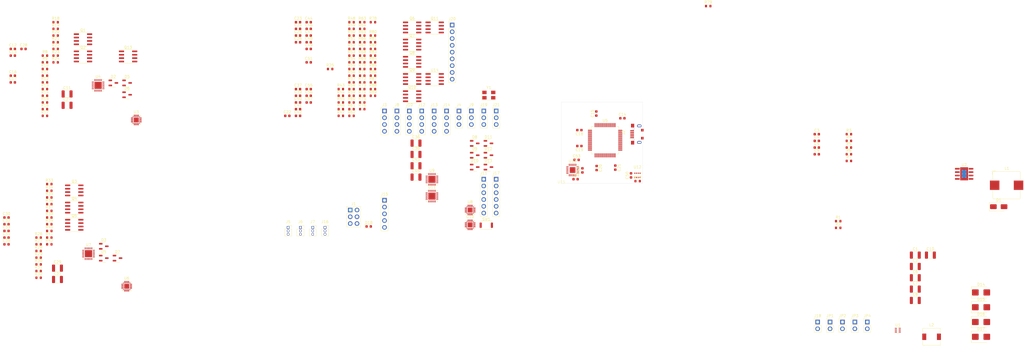
<source format=kicad_pcb>
(kicad_pcb (version 20221018) (generator pcbnew)
  (layers (0 "F.Cu" signal) (31 "B.Cu" signal) (34 "B.Paste" user) (35 "F.Paste" user) (36 "B.SilkS" user "B.Silkscreen") (37 "F.SilkS" user "F.Silkscreen") (38 "B.Mask" user) (39 "F.Mask" user) (44 "Edge.Cuts" user))
  (net 0 "")
  (net 1 "V_BAT")
  (net 2 "GND")
  (net 3 "Net-(C3-Pad1)")
  (net 4 "Net-(U2-COMP)")
  (net 5 "Net-(U2-BOOT)")
  (net 6 "Net-(D1-K)")
  (net 7 "Net-(D15-A)")
  (net 8 "Net-(D14-K)")
  (net 9 "Net-(D16-A)")
  (net 10 "Net-(U1-FB)")
  (net 11 "3V3_ESC")
  (net 12 "ESC1_VS1")
  (net 13 "ESC1_VB1")
  (net 14 "3V3_FC")
  (net 15 "ESC1_VS2")
  (net 16 "ESC1_VB2")
  (net 17 "ESC1_VS3")
  (net 18 "ESC1_VB3")
  (net 19 "Net-(U5-VCAP_2)")
  (net 20 "Net-(U5-VCAP_1)")
  (net 21 "Net-(U5-PH0)")
  (net 22 "Net-(U5-PH1)")
  (net 23 "Net-(U5-NRST)")
  (net 24 "+5V")
  (net 25 "ESC2_VS1")
  (net 26 "ESC2_VB1")
  (net 27 "ESC2_VS2")
  (net 28 "ESC2_VB2")
  (net 29 "ESC2_VS3")
  (net 30 "ESC2_VB3")
  (net 31 "ESC3_VS1")
  (net 32 "ESC3_VB1")
  (net 33 "ESC3_VS2")
  (net 34 "ESC3_VB2")
  (net 35 "ESC3_VS3")
  (net 36 "ESC3_VB3")
  (net 37 "ESC4_VS1")
  (net 38 "ESC4_VB1")
  (net 39 "ESC4_VS2")
  (net 40 "ESC4_VB2")
  (net 41 "ESC4_VS3")
  (net 42 "ESC4_VB3")
  (net 43 "RSSI_IN")
  (net 44 "Net-(U13-CPOUT)")
  (net 45 "Net-(U13-REGOUT)")
  (net 46 "SENS_VOL")
  (net 47 "SENS_CUR")
  (net 48 "5V_USB")
  (net 49 "Net-(D16-K)")
  (net 50 "3V3_DEBUGGER")
  (net 51 "Net-(D18-K)")
  (net 52 "STM32_BOOT0")
  (net 53 "STM32_BOOT1")
  (net 54 "USB_D-")
  (net 55 "USB_D+")
  (net 56 "STM32_DIO")
  (net 57 "STM32_CLK")
  (net 58 "RCIN_INT")
  (net 59 "CUR_IN")
  (net 60 "VOL_IN")
  (net 61 "STM32_PB10")
  (net 62 "STM32_PB11")
  (net 63 "SPI2_CS")
  (net 64 "SPI2_MOSI")
  (net 65 "SPI2_MISO")
  (net 66 "SPI2_CLK")
  (net 67 "UART1_RX")
  (net 68 "UART1_TX")
  (net 69 "UART6_TX")
  (net 70 "UART6_RX")
  (net 71 "SENS_RSSI")
  (net 72 "PWM5")
  (net 73 "PWM6")
  (net 74 "PWM7")
  (net 75 "PWM8")
  (net 76 "OSD_CS")
  (net 77 "OSD_MOSI")
  (net 78 "OSD_MISO")
  (net 79 "OSD_CLK")
  (net 80 "LED_STRIP")
  (net 81 "ESC1_C2CK")
  (net 82 "ESC1_C2D")
  (net 83 "ESC2_C2CK")
  (net 84 "ESC2_C2D")
  (net 85 "ESC3_C2CK")
  (net 86 "ESC3_C2D")
  (net 87 "ESC4_C2CK")
  (net 88 "ESC4_C2D")
  (net 89 "ALARM")
  (net 90 "Net-(JP1-B)")
  (net 91 "Net-(U1-SW)")
  (net 92 "Net-(U2-RT{slash}CLK)")
  (net 93 "Net-(U2-FB)")
  (net 94 "Net-(U1-PG)")
  (net 95 "ESC1_RX")
  (net 96 "Net-(U3-P0.0)")
  (net 97 "ESC1_HO1")
  (net 98 "ESC1_LO1")
  (net 99 "ESC1_HO2")
  (net 100 "ESC1_LO2")
  (net 101 "ESC1_HO3")
  (net 102 "ESC1_LO3")
  (net 103 "ESC1_MC")
  (net 104 "ESC1_COM")
  (net 105 "ESC1_MB")
  (net 106 "ESC1_MA")
  (net 107 "ESC2_RX")
  (net 108 "Net-(U6-P0.0)")
  (net 109 "ESC2_HO1")
  (net 110 "ESC2_LO1")
  (net 111 "ESC2_MA")
  (net 112 "ESC2_COM")
  (net 113 "ESC2_HO2")
  (net 114 "ESC2_LO2")
  (net 115 "ESC2_MB")
  (net 116 "ESC2_HO3")
  (net 117 "ESC2_LO3")
  (net 118 "ESC2_MC")
  (net 119 "ESC3_RX")
  (net 120 "Net-(U8-P0.0)")
  (net 121 "ESC3_HO1")
  (net 122 "ESC3_LO1")
  (net 123 "ESC3_MA")
  (net 124 "ESC3_COM")
  (net 125 "ESC3_HO2")
  (net 126 "ESC3_LO2")
  (net 127 "ESC3_MB")
  (net 128 "ESC3_HO3")
  (net 129 "ESC3_LO3")
  (net 130 "ESC3_MC")
  (net 131 "ESC4_RX")
  (net 132 "Net-(U10-P0.0)")
  (net 133 "ESC4_HO1")
  (net 134 "ESC4_LO1")
  (net 135 "ESC4_MA")
  (net 136 "ESC4_COM")
  (net 137 "ESC4_HO2")
  (net 138 "ESC4_LO2")
  (net 139 "ESC4_MB")
  (net 140 "ESC4_HO3")
  (net 141 "ESC4_LO3")
  (net 142 "ESC4_MC")
  (net 143 "BARO_CS")
  (net 144 "Net-(U14A--)")
  (net 145 "IMU_CS")
  (net 146 "I2C2_SCL")
  (net 147 "I2C2_SDA")
  (net 148 "LED_BLUE")
  (net 149 "SENS_VBUS")
  (net 150 "Net-(U14B--)")
  (net 151 "Net-(R88-Pad2)")
  (net 158 "ESC1_Ccom")
  (net 159 "ESC1_Cpwm")
  (net 160 "ESC1_Bcom")
  (net 161 "ESC1_Bpwm")
  (net 162 "ESC1_Acom")
  (net 163 "ESC1_Apwm")
  (net 170 "IMU_CLK")
  (net 171 "IMU_MISO")
  (net 172 "IMU_MOSI")
  (net 173 "IMU_INT")
  (net 174 "BARO_CLK")
  (net 175 "BARO_MISO")
  (net 176 "BARO_MOSI")
  (net 184 "ESC2_Ccom")
  (net 185 "ESC2_Cpwm")
  (net 186 "ESC2_Bcom")
  (net 187 "ESC2_Bpwm")
  (net 188 "ESC2_Acom")
  (net 189 "ESC2_Apwm")
  (net 195 "ESC3_Ccom")
  (net 196 "ESC3_Cpwm")
  (net 197 "ESC3_Bcom")
  (net 198 "ESC3_Bpwm")
  (net 199 "ESC3_Acom")
  (net 200 "ESC3_Apwm")
  (net 206 "ESC4_Ccom")
  (net 207 "ESC4_Cpwm")
  (net 208 "ESC4_Bcom")
  (net 209 "ESC4_Bpwm")
  (net 210 "ESC4_Acom")
  (net 211 "ESC4_Apwm")
  (net 226 "Net-(Q1A-G1)")
  (net 227 "Net-(Q1B-G2)")
  (net 228 "Net-(Q2A-G1)")
  (net 229 "Net-(Q2B-G2)")
  (net 230 "Net-(Q3A-G1)")
  (net 231 "Net-(Q3B-G2)")
  (net 232 "Net-(Q4A-G1)")
  (net 233 "Net-(Q4B-G2)")
  (net 234 "Net-(Q5A-G1)")
  (net 235 "Net-(Q5B-G2)")
  (net 236 "Net-(Q6A-G1)")
  (net 237 "Net-(Q6B-G2)")
  (net 238 "Net-(Q7A-G1)")
  (net 239 "Net-(Q7B-G2)")
  (net 240 "Net-(Q8A-G1)")
  (net 241 "Net-(Q8B-G2)")
  (net 242 "Net-(Q9A-G1)")
  (net 243 "Net-(Q9B-G2)")
  (net 244 "Net-(Q10A-G1)")
  (net 245 "Net-(Q10B-G2)")
  (net 246 "Net-(Q11A-G1)")
  (net 247 "Net-(Q11B-G2)")
  (net 248 "Net-(Q13A-G1)")
  (net 249 "Net-(Q13B-G2)")
  (footprint "Capacitor_SMD:C_1210_3225Metric" (layer "F.Cu") (at 148.1 90.916)
    (fp_text reference "C45")
    (fp_text value "4.7uF")
  )
  (footprint "Capacitor_SMD:C_0603_1608Metric" (layer "F.Cu") (at -5.321 116.1288)
    (fp_text reference "C35")
    (fp_text value "1uF")
  )
  (footprint "Package_DFN_QFN:QFN-24-1EP_4x4mm_P0.5mm_EP2.15x2.15mm" (layer "F.Cu") (at 206.756 88.265)
    (fp_text reference "U13")
    (fp_text value "MPU-6000")
  )
  (footprint "Package_DFN_QFN:SiliconLabs_QFN-20-1EP_3x3mm_P0.5mm_EP1.8x1.8mm" (layer "F.Cu") (at 43.306 69.48)
    (fp_text reference "U3")
    (fp_text value "EFM8BB21")
  )
  (footprint "Resistor_SMD:R_0603_1608Metric" (layer "F.Cu") (at 119.94 62.916)
    (fp_text reference "R45")
    (fp_text value "25Ohm")
  )
  (footprint "Resistor_SMD:R_0603_1608Metric" (layer "F.Cu") (at 310.285 74.818)
    (fp_text reference "R3")
    (fp_text value "60.4k")
  )
  (footprint "Capacitor_SMD:C_0603_1608Metric" (layer "F.Cu") (at 99.89 67.936)
    (fp_text reference "C22")
    (fp_text value "2.2uF")
  )
  (footprint "Package_TO_SOT_SMD:SOT-23-3" (layer "F.Cu") (at 39.866 60.03)
    (fp_text reference "D6")
    (fp_text value "BAT54")
  )
  (footprint "Package_SO:SOIC-8_3.9x4.9mm_P1.27mm" (layer "F.Cu") (at 23.336 39.196)
    (fp_text reference "Q1")
    (fp_text value "FDS6912")
  )
  (footprint "Resistor_SMD:R_0603_1608Metric" (layer "F.Cu") (at 119.94 65.426)
    (fp_text reference "R46")
    (fp_text value "25Ohm")
  )
  (footprint "Resistor_SMD:R_0603_1608Metric" (layer "F.Cu") (at 127.96 40.326)
    (fp_text reference "R66")
    (fp_text value "R_DIV3")
  )
  (footprint "Capacitor_SMD:C_1210_3225Metric" (layer "F.Cu") (at 335.165 120.188)
    (fp_text reference "C1")
    (fp_text value "10uF")
  )
  (footprint "Inductor_SMD:L_Bourns_SRP1038C_10.0x10.0mm" (layer "F.Cu") (at 369.365 93.973)
    (fp_text reference "L1")
    (fp_text value "10uH")
  )
  (footprint "Resistor_SMD:R_0603_1608Metric" (layer "F.Cu") (at 127.96 52.876)
    (fp_text reference "R71")
    (fp_text value "R_DIV3")
  )
  (footprint "Capacitor_SMD:C_0603_1608Metric" (layer "F.Cu") (at 298.255 79.838)
    (fp_text reference "C5")
    (fp_text value "100nF")
  )
  (footprint "Package_SO:SOIC-8_3.9x4.9mm_P1.27mm" (layer "F.Cu") (at 20.066 108.812)
    (fp_text reference "Q5")
    (fp_text value "FDS6912")
  )
  (footprint "Resistor_SMD:R_0603_1608Metric" (layer "F.Cu") (at 127.96 42.836)
    (fp_text reference "R67")
    (fp_text value "25Ohm")
  )
  (footprint "Package_TO_SOT_SMD:SOT-23-3" (layer "F.Cu") (at 170.09 82.716)
    (fp_text reference "D9")
    (fp_text value "BAT54")
  )
  (footprint "Proj_footprint:Board_Outline" (layer "F.Cu") (at 202.5505 93.2325)
    (fp_text reference "U15")
    (fp_text value "outline")
    (fp_rect (start 0 0) (end 30.48 -30.48) (stroke (width 0.05)) (fill none) (layer "Edge.Cuts"))
  )
  (footprint "Package_TO_SOT_SMD:SOT-23-3" (layer "F.Cu") (at 31.12 116.874)
    (fp_text reference "D3")
    (fp_text value "BAT54")
  )
  (footprint "Connector_PinHeader_2.54mm:PinHeader_1x04_P2.54mm_Vertical" (layer "F.Cu") (at 140.95 66.116)
    (fp_text reference "J8")
    (fp_text value "VOL_CUR")
  )
  (footprint "Capacitor_SMD:C_1210_3225Metric" (layer "F.Cu") (at 17.376 63.98)
    (fp_text reference "C27")
    (fp_text value "4.7uF")
  )
  (footprint "Connector_PinSocket_1.27mm:PinSocket_1x03_P1.27mm_Vertical" (layer "F.Cu") (at 109.41 109.816)
    (fp_text reference "J7")
    (fp_text value "MOTOR")
  )
  (footprint "Connector_PinHeader_2.54mm:PinHeader_1x02_P2.54mm_Vertical" (layer "F.Cu") (at 312.525 145.288)
    (fp_text reference "JP3")
    (fp_text value "Jumper_3V3_ESC")
  )
  (footprint "Resistor_SMD:R_0603_1608Metric" (layer "F.Cu") (at 123.95 45.346)
    (fp_text reference "R53")
    (fp_text value "R_DIV1")
  )
  (footprint "Package_TO_SOT_SMD:SOT-23-3" (layer "F.Cu") (at 170.09 78.266)
    (fp_text reference "D8")
    (fp_text value "BAT54")
  )
  (footprint "Resistor_SMD:R_0603_1608Metric" (layer "F.Cu") (at 257.574 26.7505)
    (fp_text reference "R79")
    (fp_text value "10k")
  )
  (footprint "Diode_SMD:D_SMB" (layer "F.Cu") (at 359.8 150.838)
    (fp_text reference "D17")
    (fp_text value "SS24")
  )
  (footprint "Package_DFN_QFN:Texas_VSON-HR-8_1.5x2mm_P0.5mm" (layer "F.Cu") (at 328.605 148.388)
    (fp_text reference "U1")
    (fp_text value "TPS62822DLC")
  )
  (footprint "Resistor_SMD:R_0603_1608Metric" (layer "F.Cu") (at 310.285 84.858)
    (fp_text reference "R7")
    (fp_text value "100k")
  )
  (footprint "Resistor_SMD:R_0603_1608Metric" (layer "F.Cu") (at 131.97 60.406)
    (fp_text reference "R89")
    (fp_text value "Rd_Cur")
  )
  (footprint "Capacitor_SMD:C_0603_1608Metric" (layer "F.Cu") (at -5.321 113.6188)
    (fp_text reference "C34")
    (fp_text value "1uF")
  )
  (footprint "Resistor_SMD:R_0603_1608Metric" (layer "F.Cu") (at 123.95 60.406)
    (fp_text reference "R59")
    (fp_text value "R_DIV3")
  )
  (footprint "Resistor_SMD:R_0603_1608Metric" (layer "F.Cu") (at 123.95 67.936)
    (fp_text reference "R62")
    (fp_text value "25Ohm")
  )
  (footprint "Capacitor_SMD:C_0603_1608Metric" (layer "F.Cu") (at 103.9 67.936)
    (fp_text reference "C42")
    (fp_text value "1uF")
  )
  (footprint "Button_Switch_SMD:SW_Push_SPST_NO_Alps_SKRK" (layer "F.Cu") (at 174.43 108.966)
    (fp_text reference "SW1")
    (fp_text value "RST")
  )
  (footprint "Capacitor_SMD:C_0603_1608Metric" (layer "F.Cu") (at -2.949 55.386)
    (fp_text reference "C17")
    (fp_text value "1uF")
  )
  (footprint "Resistor_SMD:R_0603_1608Metric" (layer "F.Cu") (at 115.93 50.366)
    (fp_text reference "R25")
    (fp_text value "10k")
  )
  (footprint "Diode_SMD:D_SMB" (layer "F.Cu") (at 359.8 139.738)
    (fp_text reference "D15")
    (fp_text value "SS24")
  )
  (footprint "Connector_PinHeader_2.54mm:PinHeader_1x04_P2.54mm_Vertical" (layer "F.Cu") (at 145.6 66.116)
    (fp_text reference "J10")
    (fp_text value "I2C2_UART3")
  )
  (footprint "Resistor_SMD:R_0603_1608Metric" (layer "F.Cu") (at 6.709 118.6388)
    (fp_text reference "R28")
    (fp_text value "25Ohm")
  )
  (footprint "Capacitor_SMD:C_0603_1608Metric" (layer "F.Cu") (at -2.949 45.346)
    (fp_text reference "C13")
    (fp_text value "1uF")
  )
  (footprint "Package_LGA:Bosch_LGA-8_2x2.5mm_P0.65mm_ClockwisePinNumbering" (layer "F.Cu") (at 231.069 90.259)
    (fp_text reference "U12")
    (fp_text value "BMP280")
  )
  (footprint "Capacitor_SMD:C_0603_1608Metric" (layer "F.Cu") (at 298.255 82.348)
    (fp_text reference "C9")
    (fp_text value "120pF")
  )
  (footprint "Package_SO:SOIC-8_3.9x4.9mm_P1.27mm" (layer "F.Cu") (at 146.65 54.116)
    (fp_text reference "Q9")
    (fp_text value "FDS6912")
  )
  (footprint "Capacitor_SMD:C_1210_3225Metric" (layer "F.Cu") (at 335.165 124.438)
    (fp_text reference "C2")
    (fp_text value "100uF")
  )
  (footprint "Package_SO:SOIC-8_3.9x4.9mm_P1.27mm" (layer "F.Cu") (at 146.65 47.666)
    (fp_text reference "Q8")
    (fp_text value "FDS6912")
  )
  (footprint "Package_TO_SOT_SMD:SOT-23-3" (layer "F.Cu") (at 34.716 55.58)
    (fp_text reference "D2")
    (fp_text value "BAT54")
  )
  (footprint "Resistor_SMD:R_0603_1608Metric" (layer "F.Cu") (at 13.091 45.346)
    (fp_text reference "R23")
    (fp_text value "R_DIV1")
  )
  (footprint "Resistor_SMD:R_0603_1608Metric" (layer "F.Cu") (at 13.091 35.306)
    (fp_text reference "R19")
    (fp_text value "R_DIV2")
  )
  (footprint "Package_TO_SOT_SMD:SOT-23-3" (layer "F.Cu") (at 170.09 87.166)
    (fp_text reference "D10")
    (fp_text value "BAT54")
  )
  (footprint "Capacitor_SMD:C_0603_1608Metric" (layer "F.Cu") (at 103.9 62.916)
    (fp_text reference "C40")
    (fp_text value "1uF")
  )
  (footprint "Resistor_SMD:R_0603_1608Metric" (layer "F.Cu") (at 123.95 57.896)
    (fp_text reference "R58")
    (fp_text value "R_DIV1")
  )
  (footprint "Package_TO_SOT_SMD:SOT-23-3" (layer "F.Cu") (at 31.12 121.324)
    (fp_text reference "D4")
    (fp_text value "BAT54")
  )
  (footprint "Capacitor_SMD:C_1210_3225Metric" (layer "F.Cu") (at 335.165 137.188)
    (fp_text reference "C8")
    (fp_text value "100uF")
  )
  (footprint "Connector_PinHeader_2.54mm:PinHeader_1x04_P2.54mm_Vertical" (layer "F.Cu") (at 154.9 66.116)
    (fp_text reference "J13")
    (fp_text value "UART6")
  )
  (footprint "Capacitor_SMD:C_0603_1608Metric" (layer "F.Cu") (at 107.91 47.856)
    (fp_text reference "C51")
    (fp_text value "1nF")
  )
  (footprint "Package_SO:SOIC-8_3.9x4.9mm_P1.27mm" (layer "F.Cu") (at 146.65 60.566)
    (fp_text reference "Q10")
    (fp_text value "FDS6912")
  )
  (footprint "Resistor_SMD:R_0603_1608Metric" (layer "F.Cu") (at 123.95 37.816)
    (fp_text reference "R50")
    (fp_text value "25Ohm")
  )
  (footprint "Resistor_SMD:R_0603_1608Metric" (layer "F.Cu") (at 127.96 55.386)
    (fp_text reference "R72")
    (fp_text value "25Ohm")
  )
  (footprint "Capacitor_SMD:C_1210_3225Metric" (layer "F.Cu") (at 13.78 129.324)
    (fp_text reference "C31")
    (fp_text value "4.7uF")
  )
  (footprint "Capacitor_SMD:C_0603_1608Metric" (layer "F.Cu") (at 215.646 67.069 90)
    (fp_text reference "C15")
    (fp_text value "100nF")
  )
  (footprint "Resistor_SMD:R_0603_1608Metric" (layer "F.Cu") (at 10.719 93.5388)
    (fp_text reference "R33")
    (fp_text value "25Ohm")
  )
  (footprint "Resistor_SMD:R_0603_1608Metric" (layer "F.Cu") (at 310.285 77.328)
    (fp_text reference "R4")
    (fp_text value "11.5k")
  )
  (footprint "Resistor_SMD:R_0603_1608Metric" (layer "F.Cu") (at 6.709 113.6188)
    (fp_text reference "R26")
    (fp_text value "1k")
  )
  (footprint "Resistor_SMD:R_0603_1608Metric" (layer "F.Cu") (at 131.97 40.326)
    (fp_text reference "R81")
    (fp_text value "1k")
  )
  (footprint "Package_TO_SOT_SMD:SOT-23-3" (layer "F.Cu") (at 175.24 78.266)
    (fp_text reference "D11")
    (fp_text value "BAT54")
  )
  (footprint "Resistor_SMD:R_0603_1608Metric" (layer "F.Cu") (at 127.96 37.816)
    (fp_text reference "R65")
    (fp_text value "R_DIV1")
  )
  (footprint "Resistor_SMD:R_0603_1608Metric" (layer "F.Cu") (at 127.96 45.346)
    (fp_text reference "R68")
    (fp_text value "25Ohm")
  )
  (footprint "Connector_PinHeader_2.54mm:PinHeader_2x03_P2.54mm_Vertical" (layer "F.Cu") (at 123.46 103.266)
    (fp_text reference "J1")
    (fp_text value "Conn_02x03_Odd_Even")
  )
  (footprint "Capacitor_SMD:C_0603_1608Metric" (layer "F.Cu") (at 215.773 87.516 -90)
    (fp_text reference "C20")
    (fp_text value "100nF")
  )
  (footprint "Resistor_SMD:R_0603_1608Metric" (layer "F.Cu") (at 13.091 47.856)
    (fp_text reference "R24")
    (fp_text value "R_DIV3")
  )
  (footprint "Resistor_SMD:R_0603_1608Metric" (layer "F.Cu") (at 131.97 45.346)
    (fp_text reference "R83")
    (fp_text value "4k7")
  )
  (footprint "Connector_PinHeader_2.54mm:PinHeader_1x04_P2.54mm_Vertical" (layer "F.Cu") (at 136.3 66.116)
    (fp_text reference "J3")
    (fp_text value "Debugger")
  )
  (footprint "Resistor_SMD:R_0603_1608Metric" (layer "F.Cu") (at 123.95 35.306)
    (fp_text reference "R49")
    (fp_text value "R_DIV3")
  )
  (footprint "Capacitor_SMD:C_0603_1608Metric" (layer "F.Cu") (at -2.949 52.876)
    (fp_text reference "C16")
    (fp_text value "1uF")
  )
  (footprint "Capacitor_SMD:C_1210_3225Metric" (layer "F.Cu") (at 335.165 128.688)
    (fp_text reference "C6")
    (fp_text value "100uF")
  )
  (footprint "Capacitor_SMD:C_0603_1608Metric" (layer "F.Cu") (at 209.309 79.248 180)
    (fp_text reference "C19")
    (fp_text value "100nF")
  )
  (footprint "Resistor_SMD:R_0603_1608Metric" (layer "F.Cu") (at 123.95 40.326)
    (fp_text reference "R51")
    (fp_text value "25Ohm")
  )
  (footprint "Capacitor_SMD:C_1210_3225Metric" (layer "F.Cu") (at 335.165 132.938)
    (fp_text reference "C7")
    (fp_text value "10uF")
  )
  (footprint "Resistor_SMD:R_0603_1608Metric" (layer "F.Cu") (at 131.97 47.856)
    (fp_text reference "R84")
    (fp_text value "100R")
  )
  (footprint "Package_QFP:LQFP-64_10x10mm_P0.5mm" (layer "F.Cu") (at 218.948 77.089)
    (fp_text reference "U5")
    (fp_text value "STM32F405RGTx")
  )
  (footprint "Connector_PinHeader_2.54mm:PinHeader_1x04_P2.54mm_Vertical" (layer "F.Cu") (at 159.55 66.116)
    (fp_text reference "J14")
    (fp_text value "UART4")
  )
  (footprint "Capacitor_SMD:C_0603_1608Metric" (layer "F.Cu") (at -5.321 111.1088)
    (fp_text reference "C33")
    (fp_text value "1uF")
  )
  (footprint "Resistor_SMD:R_0603_1608Metric" (layer "F.Cu") (at 123.95 50.366)
    (fp_text reference "R55")
    (fp_text value "25Ohm")
  )
  (footprint "Resistor_SMD:R_0603_1608Metric" (layer "F.Cu") (at 123.95 47.856)
    (fp_text reference "R54")
    (fp_text value "R_DIV3")
  )
  (footprint "Resistor_SMD:R_0603_1608Metric" (layer "F.Cu") (at 119.94 67.936)
    (fp_text reference "R47")
    (fp_text value "R_DIV2")
  )
  (footprint "Resistor_SMD:R_0603_1608Metric" (layer "F.Cu") (at 123.95 42.836)
    (fp_text reference "R52")
    (fp_text value "R_DIV2")
  )
  (footprint "Resistor_SMD:R_0603_1608Metric" (layer "F.Cu") (at 6.709 123.6588)
    (fp_text reference "R30")
    (fp_text value "R_DIV2")
  )
  (footprint "Package_SO:SOIC-8_3.9x4.9mm_P1.27mm" (layer "F.Cu") (at 155.1 54.116)
    (fp_text reference "U14")
    (fp_text value "LM358")
  )
  (footprint "Connector_PinHeader_2.54mm:PinHeader_1x09_P2.54mm_Vertical" (layer "F.Cu") (at 161.65 33.866)
    (fp_text reference "J20")
    (fp_text value "ESC_PROG")
  )
  (footprint "Crystal:Crystal_SMD_5032-4Pin_5.0x3.2mm" (layer "F.Cu") (at 175.39 60.146)
    (fp_text reference "Y1")
    (fp_text value "8MHz")
  )
  (footprint "Resistor_SMD:R_0603_1608Metric" (layer "F.Cu") (at 127.96 32.796)
    (fp_text reference "R63")
    (fp_text value "25Ohm")
  )
  (footprint "Package_TO_SOT_SMD:SOT-23-3" (layer "F.Cu") (at 175.24 87.166)
    (fp_text reference "D13")
    (fp_text value "BAT54")
  )
  (footprint "Resistor_SMD:R_0603_1608Metric" (layer "F.Cu") (at 10.719 116.1288)
    (fp_text reference "R42")
    (fp_text value "R_DIV3")
  )
  (footprint "Connector_PinHeader_2.54mm:PinHeader_1x02_P2.54mm_Vertical" (layer "F.Cu") (at 317.175 145.288)
    (fp_text reference "JP4")
    (fp_text value "Jumper_5V")
  )
  (footprint "Resistor_SMD:R_0603_1608Metric" (layer "F.Cu") (at 9.081 47.856)
    (fp_text reference "R9")
    (fp_text value "1k")
  )
  (footprint "Package_TO_SOT_SMD:SOT-23-3" (layer "F.Cu") (at 39.866 55.58)
    (fp_text reference "D5")
    (fp_text value "BAT54")
  )
  (footprint "Capacitor_SMD:C_0603_1608Metric" (layer "F.Cu") (at -5.321 106.0888)
    (fp_text reference "C30")
    (fp_text value "100nF")
  )
  (footprint "Inductor_SMD:L_6.3x6.3_H3" (layer "F.Cu") (at 341.265 150.828)
    (fp_text reference "L2")
    (fp_text value "470nH")
  )
  (footprint "Resistor_SMD:R_0603_1608Metric" (layer "F.Cu") (at 127.96 57.896)
    (fp_text reference "R73")
    (fp_text value "25Ohm")
  )
  (footprint "Resistor_SMD:R_0603_1608Metric" (layer "F.Cu") (at 6.709 128.6788)
    (fp_text reference "R32")
    (fp_text value "R_DIV3")
  )
  (footprint "Capacitor_SMD:C_1210_3225Metric" (layer "F.Cu") (at 340.815 120.188)
    (fp_text reference "C10")
    (fp_text value "100uF")
  )
  (footprint "Capacitor_SMD:C_0603_1608Metric" (layer "F.Cu") (at -2.949 42.836)
    (fp_text reference "C12")
    (fp_text value "100nF")
  )
  (footprint "Connector_PinSocket_1.27mm:PinSocket_1x03_P1.27mm_Vertical" (layer "F.Cu") (at 100.21 109.816)
    (fp_text reference "J5")
    (fp_text value "MOTOR")
  )
  (footprint "Package_DFN_QFN:SiliconLabs_QFN-20-1EP_3x3mm_P0.5mm_EP1.8x1.8mm" (layer "F.Cu") (at 39.71 131.874)
    (fp_text reference "U6")
    (fp_text value "EFM8BB21")
  )
  (footprint "Resistor_SMD:R_0603_1608Metric" (layer "F.Cu") (at 13.091 37.816)
    (fp_text reference "R20")
    (fp_text value "R_DIV1")
  )
  (footprint "Resistor_SMD:R_0603_1608Metric" (layer "F.Cu") (at 131.97 52.876)
    (fp_text reference "R86")
    (fp_text value "10k")
  )
  (footprint "Resistor_SMD:R_0603_1608Metric" (layer "F.Cu") (at 10.719 103.5788)
    (fp_text reference "R37")
    (fp_text value "R_DIV3")
  )
  (footprint "LED_SMD:LED_0603_1608Metric" (layer "F.Cu") (at 130.38 109.436)
    (fp_text reference "D18")
    (fp_text value "LED_BLUE")
  )
  (footprint "Package_SO:SOIC-8_3.9x4.9mm_P1.27mm" (layer "F.Cu") (at 23.336 45.646)
    (fp_text reference "Q2")
    (fp_text value "FDS6912")
  )
  (footprint "Resistor_SMD:R_0603_1608Metric" (layer "F.Cu") (at 10.719 106.0888)
    (fp_text reference "R38")
    (fp_text value "25Ohm")
  )
  (footprint "Resistor_SMD:R_0603_1608Metric" (layer "F.Cu") (at 10.719 96.0488)
    (fp_text reference "R34")
    (fp_text value "25Ohm")
  )
  (footprint "Capacitor_SMD:C_0603_1608Metric" (layer "F.Cu") (at -5.321 108.5988)
    (fp_text reference "C32")
    (fp_text value "100nF")
  )
  (footprint "Package_SO:SOIC-8_3.9x4.9mm_P1.27mm" (layer "F.Cu") (at 146.65 34.766)
    (fp_text reference "Q6")
    (fp_text value "FDS6912")
  )
  (footprint "Capacitor_SMD:C_0603_1608Metric" (layer "F.Cu") (at 210.439 88.392 90)
    (fp_text reference "C52")
    (fp_text value "100nF")
  )
  (footprint "Resistor_SMD:R_0603_1608Metric" (layer "F.Cu") (at 13.091 40.326)
    (fp_text reference "R21")
    (fp_text value "R_DIV3")
  )
  (footprint "Diode_SMD:D_SMB" (layer "F.Cu") (at 359.8 145.288)
    (fp_text reference "D16")
    (fp_text value "SS24")
  )
  (footprint "Package_DFN_QFN:QFN-24-1EP_4x4mm_P0.5mm_EP2.7x2.6mm" (layer "F.Cu") (at 154.07 91.766)
    (fp_text reference "U9")
    (fp_text value "FD6288Q")
  )
  (footprint "Capacitor_SMD:C_0603_1608Metric" (layer "F.Cu") (at 103.9 60.406)
    (fp_text reference "C39")
    (fp_text value "100nF")
  )
  (footprint "Package_DFN_QFN:QFN-24-1EP_4x4mm_P0.5mm_EP2.7x2.6mm" (layer "F.Cu") (at 25.4 119.634)
    (fp_text reference "U7")
    (fp_text value "FD6288Q")
  )
  (footprint "Package_TO_SOT_SMD:SOT-23-3" (layer "F.Cu") (at 36.27 121.324)
    (fp_text reference "D7")
    (fp_text value "BAT54")
  )
  (footprint "Proj_footprint:USB_Micro-B_2P_4hole" (layer "F.Cu") (at 233.897 74.803 90)
    (fp_text reference "J2")
    (fp_text value "USB_A" hide)
  )
  (footprint "Resistor_SMD:R_0603_1608Metric" (layer "F.Cu") (at 9.081 67.936)
    (fp_text reference "R17")
    (fp_text value "R_DIV3")
  )
  (footprint "Capacitor_SMD:C_0603_1608Metric" (layer "F.Cu") (at 103.9 40.326)
    (fp_text reference "C26")
    (fp_text value "100nF")
  )
  (footprint "Resistor_SMD:R_0603_1608Metric" (layer "F.Cu") (at 310.285 79.838)
    (fp_text reference "R5")
    (fp_text value "100k")
  )
  (footprint "Package_SO:Texas_R-PDSO-G8_EP2.95x4.9mm_Mask2.4x3.1mm_ThermalVias" (layer "F.Cu") (at 353.465 89.688)
    (fp_text reference "U2")
    (fp_text value "TPS54560BDDA")
  )
  (footprint "Connector_PinHeader_2.54mm:PinHeader_1x02_P2.54mm_Vertical" (layer "F.Cu") (at 298.575 145.288)
    (fp_text reference "J18")
    (fp_text value "Conn_01x02")
  )
  (footprint "Connector_PinHeader_2.54mm:PinHeader_1x05_P2.54mm_Vertical" (layer "F.Cu") (at 136.3 99.616)
    (fp_text reference "J15")
    (fp_text value "PWM")
  )
  (footprint "Connector_PinHeader_2.54mm:PinHeader_1x03_P2.54mm_Vertical" (layer "F.Cu") (at 178.15 66.116)
    (fp_text reference "J21")
    (fp_text value "ALARM")
  )
  (footprint "Resistor_SMD:R_0603_1608Metric" (layer "F.Cu") (at 10.719 101.0688)
    (fp_text reference "R36")
    (fp_text value "R_DIV1")
  )
  (footprint "Resistor_SMD:R_0603_1608Metric" (layer "F.Cu") (at 9.081 65.426)
    (fp_text reference "R16")
    (fp_text value "R_DIV1")
  )
  (footprint "Capacitor_SMD:C_1210_3225Metric" (layer "F.Cu") (at 148.1 86.666)
    (fp_text reference "C43")
    (fp_text value "4.7uF")
  )
  (footprint "Capacitor_SMD:C_0603_1608Metric" (layer "F.Cu") (at 225.425 68.834)
    (fp_text reference "C14")
    (fp_text value "100nF")
  )
  (footprint "Resistor_SMD:R_0603_1608Metric" (layer "F.Cu") (at 10.719 111.1088)
    (fp_text reference "R40")
    (fp_text value "R_DIV2")
  )
  (footprint "Package_SO:SOIC-8_3.9x4.9mm_P1.27mm" (layer "F.Cu") (at 20.066 102.362)
    (fp_text reference "Q4")
    (fp_text value "FDS6912")
  )
  (footprint "Resistor_SMD:R_0603_1608Metric" (layer "F.Cu") (at 9.081 52.876)
    (fp_text reference "R11")
    (fp_text value "25Ohm")
  )
  (footprint "Capacitor_SMD:C_0603_1608Metric" (layer "F.Cu") (at 103.9 35.306)
    (fp_text reference "C24")
    (fp_text value "22pF")
  )
  (footprint "Connector_PinHeader_2.54mm:PinHeader_1x02_P2.54mm_Vertical" (layer "F.Cu") (at 307.875 145.288)
    (fp_text reference "JP2")
    (fp_text value "Jumper_3V3_FC")
  )
  (footprint "Resistor_SMD:R_0603_1608Metric" (layer "F.Cu") (at 127.96 47.856)
    (fp_text reference "R69")
    (fp_text value "R_DIV2")
  )
  (footprint "Capacitor_SMD:C_1210_3225Metric" (layer "F.Cu") (at 148.1 78.166)
    (fp_text reference "C36")
    (fp_text value "4.7uF")
  )
  (footprint "Capacitor_SMD:C_0603_1608Metric" (layer "F.Cu") (at 107.91 35.306)
    (fp_text reference "C46")
    (fp_text value "100nF")
  )
  (footprint "Resistor_SMD:R_0603_1608Metric" (layer "F.Cu") (at 127.96 62.916)
    (fp_text reference "R75")
    (fp_text value "R_DIV1")
  )
  (footprint "Resistor_SMD:R_0603_1608Metric" (layer "F.Cu") (at 123.95 52.876)
    (fp_text reference "R56")
    (fp_text value "25Ohm")
  )
  (footprint "Connector_PinSocket_1.27mm:PinSocket_1x03_P1.27mm_Vertical" (layer "F.Cu") (at 114.01 109.816)
    (fp_text reference "J16")
    (fp_text value "MOTOR")
  )
  (footprint "Resistor_SMD:R_0603_1608Metric" (layer "F.Cu") (at 131.97 37.816)
    (fp_text reference "R80")
    (fp_text value "Rf_Vol")
  )
  (footprint "Resistor_SMD:R_0603_1608Metric" (layer "F.Cu") (at 10.719 108.5988)
    (fp_text reference "R39")
    (fp_text value "25Ohm")
  )
  (footprint "Capacitor_SMD:C_0603_1608Metric" (layer "F.Cu") (at 1.061 42.836)
    (fp_text reference "C28")
    (fp_text value "100nF")
  )
  (footprint "Capacitor_SMD:C_0603_1608Metric" (layer "F.Cu") (at 107.91 42.836)
    (fp_text reference "C49")
    (fp_text value "1uF")
  )
  (footprint "Resistor_SMD:R_0603_1608Metric" (layer "F.Cu") (at 131.97 57.896)
    (fp_text reference "R88")
    (fp_text value "Rf_Cur")
  )
  (footprint "Resistor_SMD:R_0603_1608Metric" (layer "F.Cu") (at 310.285 82.348)
    (fp_text reference "R6")
    (fp_text value "453k")
  )
  (footprint "Resistor_SMD:R_0603_1608Metric" (layer "F.Cu") (at 123.95 32.796)
    (fp_text reference "R48")
    (fp_text value "R_DIV1")
  )
  (footprint "Capacitor_SMD:C_0603_1608Metric" (layer "F.Cu") (at 107.91 32.796)
    (fp_text reference "C44")
    (fp_text value "100nF")
  )
  (footprint "Capacitor_SMD:C_1210_3225Metric" (layer "F.Cu") (at 148.1 82.416)
    (fp_text reference "C38")
    (fp_text value "4.7uF")
  )
  (footprint "Package_SO:SOIC-8_3.9x4.9mm_P1.27mm" (layer "F.Cu") (at 155.1 34.766)
    (fp_text reference "Q11")
    (fp_text value "FDS6912")
  )
  (footprint "Connector_PinHeader_2.54mm:PinHeader_1x02_P2.54mm_Vertical" (layer "F.Cu") (at 303.225 145.288)
    (fp_text reference "JP1")
    (fp_text value "Jumper_5V_PWR")
  )
  (footprint "Resistor_SMD:R_0603_1608Metric" (layer "F.Cu") (at 123.95 65.426)
    (fp_text reference "R61")
    (fp_text value "1k")
  )
  (footprint "Capacitor_SMD:C_0603_1608Metric" (layer "F.Cu") (at 107.91 37.816)
    (fp_text reference "C47")
    (fp_text value "1uF")
  )
  (footprint "Connector_PinSocket_1.27mm:PinSocket_1x03_P1.27mm_Vertical" (layer "F.Cu") (at 104.81 109.816)
    (fp_text reference "J6")
    (fp_text value "MOTOR")
  )
  (footprint "Connector_PinHeader_2.54mm:PinHeader_1x06_P2.54mm_Vertical" (layer "F.Cu") (at 173.48 91.716)
    (fp_text reference "J11")
    (fp_text value "SD CARD")
  )
  (footprint "Connector_PinHeader_2.54mm:PinHeader_1x03_P2.54mm_Vertical" (layer "F.Cu") (at 168.85 66.116)
    (fp_text reference "J9")
    (fp_text value "RSSI")
  )
  (footprint "Connector_PinHeader_2.54mm:PinHeader_1x03_P2.54mm_Vertical" (layer "F.Cu") (at 164.2 66.116)
    (fp_text reference "J4")
    (fp_text value "RC")
  )
  (footprint "Capacitor_SMD:C_0603_1608Metric" (layer "F.Cu") (at 298.255 77.328)
    (fp_text reference "C4")
    (fp_text value "8.2pF")
  )
  (footprint "Package_DFN_QFN:QFN-24-1EP_4x4mm_P0.5mm_EP2.7x2.6mm" (layer "F.Cu") (at 28.996 56.5)
    (fp_text reference "U4")
    (fp_text value "FD6288Q")
  )
  (footprint "Resistor_SMD:R_0603_1608Metric" (layer "F.Cu") (at 13.091 32.796)
    (fp_text reference "R18")
    (fp_text value "R_DIV2")
  )
  (footprint "Resistor_SMD:R_0603_1608Metric" (layer "F.Cu") (at 127.96 35.306)
    (fp_text reference "R64")
    (fp_text value "R_DIV2")
  )
  (footprint "Resistor_SMD:R_0603_1608Metric" (layer "F.Cu") (at 10.719 113.6188)
    (fp_text reference "R41")
    (fp_text value "R_DIV1")
  )
  (footprint "Capacitor_SMD:C_0603_1608Metric" (layer "F.Cu") (at 103.9 65.426)
    (fp_text reference "C41")
    (fp_text value "1uF")
  )
  (footprint "Capacitor_SMD:C_0603_1608Metric" (layer "F.Cu") (at 208.267 84.455)
    (fp_text reference "C53")
    (fp_text value "2.2nF")
  )
  (footprint "Resistor_SMD:R_0603_1608Metric" (layer "F.Cu") (at 131.97 42.836)
    (fp_text reference "R82")
    (fp_text value "4k7")
  )
  (footprint "Capacitor_SMD:C_0603_1608Metric" (layer "F.Cu") (at 207.886 91.694)
    (fp_text reference "C54")
    (fp_text value "100nF")
  )
  (footprint "Connector_PinHeader_2.54mm:PinHeader_1x06_P2.54mm_Vertical" (layer "F.Cu") (at 178.13 91.716)
    (fp_text reference "J17")
    (fp_text value "OSD")
  )
  (footprint "Capacitor_SMD:C_0603_1608Metric" (layer "F.Cu") (at 298.255 74.818)
    (fp_text reference "C3")
    (fp_text value "11nF")
  )
  (footprint "Capacitor_SMD:C_0603_1608Metric" (layer "F.Cu") (at 103.9 32.796)
    (fp_text reference "C23")
    (fp_text value "2.2uF")
  )
  (footprint "Package_DFN_QFN:SiliconLabs_QFN-20-1EP_3x3mm_P0.5mm_EP1.8x1.8mm" (layer "F.Cu") (at 168.38 108.816)
    (fp_text reference "U10")
    (fp_text value "EFM8BB21")
  )
  (footprint "Diode_SMD:D_SMB" (layer "F.Cu") (at 359.8 134.188)
    (fp_text reference "D14")
    (fp_text value "SS24")
  )
  (footprint "Resistor_SMD:R_0603_1608Metric" (layer "F.Cu") (at 9.081 55.386)
    (fp_text reference "R12")
    (fp_text value "25Ohm")
  )
  (footprint "Capacitor_SMD:C_0603_1608Metric" (layer "F.Cu") (at 228.656 90.272 90)
    (fp_text reference "C50")
    (fp_text value "100nF")
  )
  (footprint "Resistor_SMD:R_0603_1608Metric" (layer "F.Cu") (at 306.275 109.958)
    (fp_text reference "R2")
    (fp_text value "	274k")
  )
  (footprint "Capacitor_SMD:C_0603_1608Metric" (layer "F.Cu") (at 103.9 57.896)
    (fp_text reference "C37")
    (fp_text value "100nF")
  )
  (footprint "Package_DFN_QFN:SiliconLabs_QFN-20-1EP_3x3mm_P0.5mm_EP1.8x1.8mm" (layer "F.Cu") (at 168.38 103.266)
    (fp_text reference "U8")
    (fp_text value "EFM8BB21")
  )
  (footprint "Capacitor_SMD:C_0603_1608Metric" (layer "F.Cu") (at 107.91 62.916)
    (fp_text reference "C57")
    (fp_text value "100nF")
  )
  (footprint "Resistor_SMD:R_0603_1608Metric" (layer "F.Cu") (at 9.081 50.366)
    (fp_text reference "R10")
    (fp_text value "25Ohm")
  )
  (footprint "Capacitor_SMD:C_1210_3225Metric" (layer "F.Cu") (at 13.78 125.074)
    (fp_text reference "C29")
    (fp_text value "4.7uF")
  )
  (footprint "Resistor_SMD:R_0603_1608Metric" (layer "F.Cu") (at 131.97 55.386)
    (fp_text reference "R87")
    (fp_text value "Ri_Cur")
  )
  (footprint "Resistor_SMD:R_0603_1608Metric" (layer "F.Cu") (at 9.081 60.406)
    (fp_text reference "R14")
    (fp_text value "25Ohm")
  )
  (footprint "Resistor_SMD:R_0603_1608Metric" (layer "F.Cu") (at 119.94 60.406)
    (fp_text reference "R44")
    (fp_text value "1k")
  )
  (footprint "Package_DFN_QFN:QFN-24-1EP_4x4mm_P0.5mm_EP2.7x2.6mm" (layer "F.Cu") (at 154.07 98.056)
    (fp_text reference "U11")
    (fp_text value "FD6288Q")
  )
  (footprint "Resistor_SMD:R_0603_1608Metric" (layer "F.Cu") (at 9.081 57.896)
    (fp_text reference "R13")
    (fp_text value "25Ohm")
  )
  (footprint "Resistor_SMD:R_0603_1608Metric" (layer "F.Cu") (at 10.719 98.5588)
    (fp_text reference "R35")
    (fp_text value "R_DIV2")
  )
  (footprint "Connector_PinHeader_2.54mm:PinHeader_1x04_P2.54mm_Vertical" (layer "F.Cu") (at 150.25 66.116)
    (fp_text reference "J12")
    (fp_text value "UART1")
  )
  (footprint "Package_SO:SOIC-8_3.9x4.9mm_P1.27mm" (layer "F.Cu") (at 20.066 95.912)
    (fp_text reference "Q3")
    (fp_text value "FDS6912")
  )
  (footprint "Package_TO_SOT_SMD:SOT-23-3" (layer "F.Cu") (at 175.24 82.716)
    (fp_text reference "D12")
    (fp_text value "BAT54")
  )
  (footprint "Resistor_SMD:R_0603_1608Metric" (layer "F.Cu") (at 127.96 60.406)
    (fp_text reference "R74")
    (fp_text value "R_DIV2")
  )
  (footprint "Resistor_SMD:R_0603_1608Metric" (layer "F.Cu") (at 131.97 50.366)
    (fp_text reference "R85")
    (fp_text value "10k")
  )
  (footprint "Resistor_SMD:R_0603_1608Metric" (layer "F.Cu") (at 306.275 107.448)
    (fp_text reference "R1")
    (fp_text value "15.4k")
  )
  (footprint "Package_SO:SOIC-8_3.9x4.9mm_P1.27mm" (layer "F.Cu") (at 40.236 45.646)
    (fp_text reference "Q13")
    (fp_text value "FDS6912")
  )
  (footprint "Capacitor_SMD:C_0603_1608Metric" (layer "F.Cu") (at 107.91 40.326)
    (fp_text reference "C48")
    (fp_text value "1uF")
  )
  (footprint "Capacitor_SMD:C_0603_1608Metric" (layer "F.Cu") (at 222.758 87.363 -90)
    (fp_text reference "C21")
    (fp_text value "100nF")
  )
  (footprint "Connector_PinHeader_2.54mm:PinHeader_1x03_P2.54mm_Vertical" (layer "F.Cu") (at 173.5 66.116)
    (fp_text reference "J19")
    (fp_text value "LED_STRIP")
  )
  (footprint "Resistor_SMD:R_0603_1608Metric" (layer "F.Cu") (at 131.97 32.796)
    (fp_text reference "R78")
    (fp_text value "Ri_Vol")
  )
  (footprint "Resistor_SMD:R_0603_1608Metric" (layer "F.Cu") (at 6.709 116.1288)
    (fp_text reference "R27")
    (fp_text value "1k")
  )
  (footprint "Resistor_SMD:R_0603_1608Metric" (layer "F.Cu") (at 13.091 42.836)
    (fp_text reference "R22")
    (fp_text value "R_DIV2")
  )
  (footprint "Resistor_SMD:R_0603_1608Metric" (layer "F.Cu") (at 6.709 126.1688)
    (fp_text reference "R31")
    (fp_text value "R_DIV1")
  )
  (footprint "Resistor_SMD:R_0603_1608Metric" (layer "F.Cu") (at 231.133 92.418)
    (fp_text reference "R77")
    (fp_text value "10k")
  )
  (footprint "Capacitor_SMD:C_0603_1608Metric" (layer "F.Cu") (at 103.9 37.816)
    (fp_text reference "C25")
    (fp_text value "22pF")
  )
  (footprint "Resistor_SMD:R_0603_1608Metric" (layer "F.Cu") (at 127.96 65.426)
    (fp_text reference "R76")
    (fp_text value "R_DIV3")
  )
  (footprint "Resistor_SMD:R_0603_1608Metric" (layer "F.Cu") (at 6.709 121.1488)
    (fp_text reference "R29")
    (fp_text value "25Ohm")
  )
  (footprint "Diode_SMD:D_SMA" (layer "F.Cu") (at 366.41 102.018)
    (fp_text reference "D1")
    (fp_text value "S6M_770mV/6A")
  )
  (footprint "Capacitor_SMD:C_0603_1608Metric" (layer "F.Cu") (at 107.91 57.896)
    (fp_text reference "C55")
    (fp_text value "100nF")
  )
  (footprint "Capacitor_SMD:C_0603_1608Metric" (layer "F.Cu") (at 107.91 60.406)
    (fp_text reference "C56")
    (fp_text value "100nF")
  )
  (footprint "Resistor_SMD:R_0603_1608Metric" (layer "F.Cu") (at 119.94 57.896)
    (fp_text reference "R43")
    (fp_text value "1k")
  )
  (footprint "Resistor_SMD:R_0603_1608Metric" (layer "F.Cu") (at 123.95 55.386)
    (fp_text reference "R57")
    (fp_text value "R_DIV2")
  )
  (footprint "Resistor_SMD:R_0603_1608Metric" (layer "F.Cu") (at 123.95 62.916)
    (fp_text reference "R60")
    (fp_text value "1k")
  )
  (footprint "Capacitor_SMD:C_0603_1608Metric" (layer "F.Cu") (at 209.309 73.279 180)
    (fp_text reference "C18")
    (fp_text value "100nF")
  )
  (footprint "Resistor_SMD:R_0603_1608Metric" (layer "F.Cu") (at 9.081 62.916)
    (fp_text reference "R15")
    (fp_text value "25Ohm")
  )
  (footprint "Package_SO:SOIC-8_3.9x4.9mm_P1.27mm" (layer "F.Cu") (at 146.65 41.216)
    (fp_text reference "Q7")
    (fp_text value "FDS6912")
  )
  (footprint "Resistor_SMD:R_0603_1608Metric" (layer "F.Cu") (at 9.081 45.346)
    (fp_text reference "R8")
    (fp_text value "1k")
  )
  (footprint "Resistor_SMD:R_0603_1608Metric" (layer "F.Cu") (at 127.96 50.366)
    (fp_text reference "R70")
    (fp_text value "R_DIV1")
  )
  (footprint "Capacitor_SMD:C_1210_3225Metric" (layer "F.Cu") (at 17.376 59.73)
    (fp_text reference "C11")
    (fp_text value "4.7uF")
  )
)
</source>
